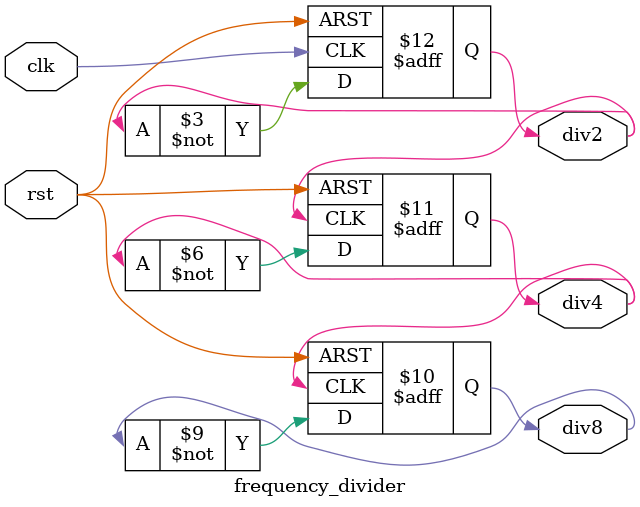
<source format=v>
module frequency_divider(
  input clk,
  input rst,
  output reg div2,
  output reg div4,
  output reg div8
);

  always @(posedge clk or negedge rst) begin
    if(!rst)
      div2 <= 0;
    else
      div2 <= ~div2;
  end

  always @(posedge div2 or negedge rst) begin
    if(!rst)
      div4 <= 0;
    else
      div4 <= ~div4;
  end

  always @(posedge div4 or negedge rst) begin
    if(!rst)
      div8 <= 0;
    else
      div8 <= ~div8;
  end

endmodule

</source>
